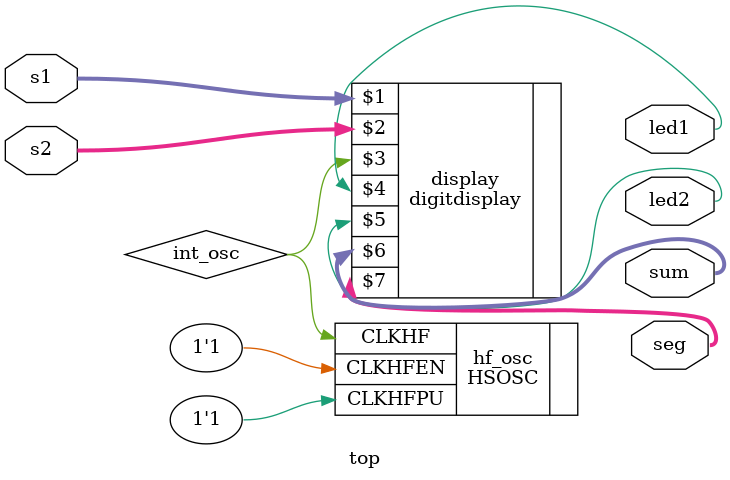
<source format=sv>

module top (input logic [3:0] s1,
                  input logic [3:0] s2,
                  output logic led1, led2,
                  output logic [4:0] sum,
                  output logic [6:0] seg);
				  
	logic int_osc;
	
	HSOSC hf_osc (.CLKHFPU(1'b1), .CLKHFEN(1'b1), .CLKHF(int_osc));
	digitdisplay display (s1, s2, int_osc, led1, led2, sum, seg);

endmodule


</source>
